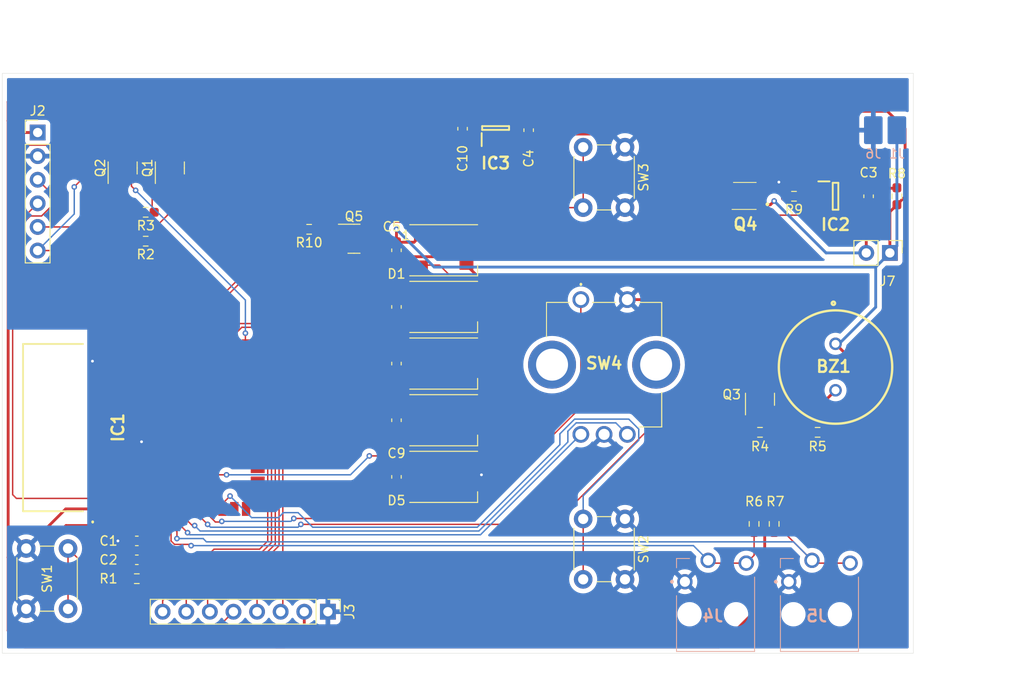
<source format=kicad_pcb>
(kicad_pcb (version 20211014) (generator pcbnew)
  (title_block (rev "1"))
  (layers (0 "F.Cu" signal "Front") (31 "B.Cu" signal "Back") (34 "B.Paste" user) (35 "F.Paste" user) (36 "B.SilkS" user "B.Silkscreen") (37 "F.SilkS" user "F.Silkscreen") (38 "B.Mask" user) (39 "F.Mask" user) (44 "Edge.Cuts" user))
  (net 0 "")
  (net 1 "Net-(BZ1-Pad2)")
  (net 2 "+3V3")
  (net 3 "GND")
  (net 4 "~{RESET}")
  (net 5 "Net-(D1-Pad2)")
  (net 6 "Net-(D2-Pad2)")
  (net 7 "Net-(D3-Pad2)")
  (net 8 "Net-(D4-Pad2)")
  (net 10 "IO4_DISPLAY_RESET")
  (net 11 "TEMP1_AIO6")
  (net 12 "TEMP2_AIO7")
  (net 13 "REN_CLK_IO15")
  (net 14 "REN_DAT_IO16")
  (net 15 "IO17_PWM_BUZZ")
  (net 16 "REN_BTN_IO18")
  (net 17 "BTNLEFT_IO8")
  (net 21 "IO11_DISPLAY_BKLT")
  (net 22 "IO12_DISPLAY_CS")
  (net 28 " GPIO0")
  (net 29 "IO35_DISPLAY_SDA")
  (net 33 "ESP32_RX")
  (net 34 "ESP32_TX")
  (net 36 "RTS")
  (net 37 "DTR")
  (net 38 "Net-(Q1-Pad1)")
  (net 39 "Net-(Q2-Pad1)")
  (net 40 "Net-(Q3-Pad1)")
  (net 44 "IO37_LEDS")
  (net 46 "BTNRGHT_IO38")
  (net 48 "IO13_DISPLAY_RS")
  (net 51 "IO36_DISPLAY_SCK")
  (net 52 "BATT+")
  (net 53 "Net-(Q4-Pad6)")
  (net 54 "Net-(R9-Pad1)")
  (net 55 "Net-(Q4-Pad4)")
  (net 57 "Net-(C3-Pad1)")
  (net 61 "Net-(D1-Pad4)")
  (net 62 "Net-(Q5-Pad1)")
  (net 63 "BATT-")
  (footprint "Capacitor_SMD:C_0603_1608Metric_Pad1.08x0.95mm_HandSolder" (layer "F.Cu") (at 121.412 73.375 -90)
    (fp_text reference "C6" hide)
    (fp_text value "100nF" hide)
  )
  (footprint "Capacitor_SMD:C_0603_1608Metric_Pad1.08x0.95mm_HandSolder" (layer "F.Cu") (at 121.412 67.279 -90)
    (fp_text reference "C5")
    (fp_text value "100nF")
  )
  (footprint "Connector_PinHeader_2.54mm:PinHeader_1x02_P2.54mm_Vertical" (layer "F.Cu") (at 174.503 67.564 -90)
    (fp_text reference "J7")
    (fp_text value "Battery")
  )
  (footprint "Resistor_SMD:R_0603_1608Metric_Pad0.98x0.95mm_HandSolder" (layer "F.Cu") (at 164.1875 61.468 180)
    (fp_text reference "R9")
    (fp_text value "2k")
  )
  (footprint "Capacitor_SMD:C_0603_1608Metric_Pad1.08x0.95mm_HandSolder" (layer "F.Cu") (at 93.472 100.584 180)
    (fp_text reference "C2")
    (fp_text value "1uF" hide)
  )
  (footprint "Resistor_SMD:R_0603_1608Metric_Pad0.98x0.95mm_HandSolder" (layer "F.Cu") (at 162.052 96.726 -90)
    (fp_text reference "R7")
    (fp_text value "1k" hide)
  )
  (footprint "LED_SMD:LED_WS2812B_PLCC4_5.0x5.0mm_P3.2mm" (layer "F.Cu") (at 126.492 79.471)
    (fp_text reference "D3" hide)
    (fp_text value "WS2812B" hide)
  )
  (footprint "Capacitor_SMD:C_0603_1608Metric_Pad1.08x0.95mm_HandSolder" (layer "F.Cu") (at 128.524 54.2025 -90)
    (fp_text reference "C10")
    (fp_text value "1uF")
  )
  (footprint "footprints:ESP32S3WROOM1N8R8" (layer "F.Cu") (at 93.98 86.36 90)
    (fp_text reference "IC1")
    (fp_text value "ESP32-S3-WROOM-1-N8R8" hide)
  )
  (footprint "LED_SMD:LED_WS2812B_PLCC4_5.0x5.0mm_P3.2mm" (layer "F.Cu") (at 126.492 67.279)
    (fp_text reference "D1")
    (fp_text value "WS2812B")
  )
  (footprint "footprints:FS8205" (layer "F.Cu") (at 159.47 61.43 180)
    (fp_text reference "Q4")
    (fp_text value "FS8205" hide)
  )
  (footprint "Package_TO_SOT_SMD:SOT-23" (layer "F.Cu") (at 116.84 66.04)
    (fp_text reference "Q5")
    (fp_text value "SS8050-G")
  )
  (footprint "Package_TO_SOT_SMD:SOT-23" (layer "F.Cu") (at 91.948 58.42 90)
    (fp_text reference "Q2")
    (fp_text value "SS8050-G" hide)
  )
  (footprint "LED_SMD:LED_WS2812B_PLCC4_5.0x5.0mm_P3.2mm" (layer "F.Cu") (at 126.492 91.663)
    (fp_text reference "D5")
    (fp_text value "WS2812B" hide)
  )
  (footprint "Capacitor_SMD:C_0603_1608Metric_Pad1.08x0.95mm_HandSolder" (layer "F.Cu") (at 121.412 79.471 -90)
    (fp_text reference "C7" hide)
    (fp_text value "100nF" hide)
  )
  (footprint "Resistor_SMD:R_0603_1608Metric_Pad0.98x0.95mm_HandSolder" (layer "F.Cu") (at 94.4275 63.19 180)
    (fp_text reference "R3")
    (fp_text value "10k" hide)
  )
  (footprint "Resistor_SMD:R_0603_1608Metric_Pad0.98x0.95mm_HandSolder" (layer "F.Cu") (at 94.43 66.3 180)
    (fp_text reference "R2")
    (fp_text value "10k" hide)
  )
  (footprint "footprints:PEC12R3120FS0012" (layer "F.Cu") (at 141.252 72.589)
    (fp_text reference "SW4")
    (fp_text value "RotaryEncoder_Switch" hide)
  )
  (footprint "Package_TO_SOT_SMD:SOT-23" (layer "F.Cu") (at 97.028 58.42 90)
    (fp_text reference "Q1")
    (fp_text value "SS8050-G")
  )
  (footprint "Resistor_SMD:R_0603_1608Metric_Pad0.98x0.95mm_HandSolder" (layer "F.Cu") (at 166.7275 86.868)
    (fp_text reference "R5")
    (fp_text value "1k" hide)
  )
  (footprint "Button_Switch_THT:SW_PUSH_6mm" (layer "F.Cu") (at 81.57 105.866 90)
    (fp_text reference "SW1")
    (fp_text value "SW_Reset")
  )
  (footprint "footprints:SOT95P280X145-6N" (layer "F.Cu") (at 168.656 61.468)
    (fp_text reference "IC2")
    (fp_text value "FS312F-G" hide)
  )
  (footprint "footprints:SOT95P270X145-5N" (layer "F.Cu") (at 132.08 54.122 90)
    (fp_text reference "IC3")
    (fp_text value "3v3 Regulator" hide)
  )
  (footprint "Resistor_SMD:R_0603_1608Metric_Pad0.98x0.95mm_HandSolder" (layer "F.Cu") (at 93.472 102.616 180)
    (fp_text reference "R1")
    (fp_text value "22k" hide)
  )
  (footprint "LED_SMD:LED_WS2812B_PLCC4_5.0x5.0mm_P3.2mm" (layer "F.Cu") (at 126.492 73.375)
    (fp_text reference "D2" hide)
    (fp_text value "WS2812B" hide)
  )
  (footprint "Resistor_SMD:R_0603_1608Metric_Pad0.98x0.95mm_HandSolder" (layer "F.Cu") (at 160.528 86.868)
    (fp_text reference "R4")
    (fp_text value "1k" hide)
  )
  (footprint "Resistor_SMD:R_0603_1608Metric_Pad0.98x0.95mm_HandSolder" (layer "F.Cu") (at 159.893 96.726 -90)
    (fp_text reference "R6")
    (fp_text value "1k" hide)
  )
  (footprint "Capacitor_SMD:C_0603_1608Metric_Pad1.08x0.95mm_HandSolder" (layer "F.Cu") (at 135.636 54.356 -90)
    (fp_text reference "C4")
    (fp_text value "1uF" hide)
  )
  (footprint "Connector_PinHeader_2.54mm:PinHeader_1x08_P2.54mm_Vertical" (layer "F.Cu") (at 114.031 106.172 -90)
    (fp_text reference "J3")
    (fp_text value "DISP_HDR")
  )
  (footprint "Button_Switch_THT:SW_PUSH_6mm" (layer "F.Cu") (at 146.002 96.189 -90)
    (fp_text reference "SW2")
    (fp_text value "BTN_LEFT")
  )
  (footprint "LED_SMD:LED_WS2812B_PLCC4_5.0x5.0mm_P3.2mm" (layer "F.Cu") (at 126.492 85.567)
    (fp_text reference "D4" hide)
    (fp_text value "WS2812B" hide)
  )
  (footprint "Package_TO_SOT_SMD:SOT-23" (layer "F.Cu") (at 160.528 83.312 90)
    (fp_text reference "Q3")
    (fp_text value "SS8050-G" hide)
  )
  (footprint "footprints:PS1240P02BT" (layer "F.Cu") (at 168.656 79.844545)
    (fp_text reference "BZ1")
    (fp_text value "Buzzer" hide)
  )
  (footprint "Capacitor_SMD:C_0603_1608Metric_Pad1.08x0.95mm_HandSolder" (layer "F.Cu") (at 93.472 98.552 180)
    (fp_text reference "C1")
    (fp_text value "10uF" hide)
  )
  (footprint "Resistor_SMD:R_0603_1608Metric_Pad0.98x0.95mm_HandSolder" (layer "F.Cu") (at 175.26 61.468 -90)
    (fp_text reference "R8")
    (fp_text value "100" hide)
  )
  (footprint "Button_Switch_THT:SW_PUSH_6mm" (layer "F.Cu") (at 146.002 56.189 -90)
    (fp_text reference "SW3")
    (fp_text value "BTN_RIGHT")
  )
  (footprint "Capacitor_SMD:C_0603_1608Metric_Pad1.08x0.95mm_HandSolder" (layer "F.Cu") (at 172.212 61.468 -90)
    (fp_text reference "C3")
    (fp_text value "0.1uF" hide)
  )
  (footprint "Connector_PinHeader_2.54mm:PinHeader_1x06_P2.54mm_Vertical" (layer "F.Cu") (at 82.804 54.61)
    (fp_text reference "J2")
    (fp_text value "PROG_HDR")
  )
  (footprint "Capacitor_SMD:C_0603_1608Metric_Pad1.08x0.95mm_HandSolder" (layer "F.Cu") (at 121.412 85.567 -90)
    (fp_text reference "C8" hide)
    (fp_text value "100nF" hide)
  )
  (footprint "Resistor_SMD:R_0603_1608Metric_Pad0.98x0.95mm_HandSolder" (layer "F.Cu") (at 112.014 65.024 180)
    (fp_text reference "R10")
    (fp_text value "1k")
  )
  (footprint "Capacitor_SMD:C_0603_1608Metric_Pad1.08x0.95mm_HandSolder" (layer "F.Cu") (at 121.412 91.663 -90)
    (fp_text reference "C9")
    (fp_text value "100nF" hide)
  )
  (footprint "Connector_Wire:SolderWirePad_1x01_SMD+Via_2x3mm" (layer "B.Cu") (at 172.72 54.356 180)
    (fp_text reference "J6")
    (fp_text value "GND")
  )
  (footprint "footprints:MJ2509N" (layer "B.Cu") (at 168.624 104.5445 180)
    (fp_text reference "J5")
    (fp_text value "Temp 2" hide)
  )
  (footprint "footprints:MJ2509N" (layer "B.Cu") (at 157.448 104.5445 180)
    (fp_text reference "J4")
    (fp_text value "Temp 1" hide)
  )
  (footprint "Connector_Wire:SolderWirePad_1x01_SMD+Via_2x3mm" (layer "B.Cu") (at 175.26 54.356 180)
    (fp_text reference "J1")
    (fp_text value "Bat+")
  )
  (gr_rect locked (start 78.994 110.633) (end 177.038 48.245) (layer "Edge.Cuts") (width 0.0381) (fill none))
  (segment (start 164.084 86.868) (end 165.815 86.868) (width 0.3048) (layer "F.Cu") (net 1))
  (segment (start 161.478 84.2495) (end 164.084 86.8555) (width 0.3048) (layer "F.Cu") (net 1))
  (segment (start 165.815 85.185545) (end 168.656 82.344545) (width 0.3048) (layer "F.Cu") (net 1))
  (segment (start 165.815 86.868) (end 165.815 85.185545) (width 0.3048) (layer "F.Cu") (net 1))
  (segment (start 164.084 86.8555) (end 164.084 86.868) (width 0.3048) (layer "F.Cu") (net 1))
  (segment (start 90.734089 100.513089) (end 90.734089 98.259601) (width 0.3048) (layer "F.Cu") (net 2))
  (segment (start 79.629 53.34) (end 80.899 54.61) (width 0.3048) (layer "F.Cu") (net 2))
  (segment (start 131.13 52.872) (end 131.13 50.612) (width 0.3048) (layer "F.Cu") (net 2))
  (segment (start 82.423 101.473) (end 84.074 99.822) (width 0.3048) (layer "F.Cu") (net 2))
  (segment (start 128.992 52.872) (end 128.524 53.34) (width 0.3048) (layer "F.Cu") (net 2))
  (segment (start 93.3685 101.6) (end 91.821 101.6) (width 0.3048) (layer "F.Cu") (net 2))
  (segment (start 111.491 107.838) (end 109.347 109.982) (width 0.3048) (layer "F.Cu") (net 2))
  (segment (start 91.32261 97.67108) (end 93.45358 97.67108) (width 0.3048) (layer "F.Cu") (net 2))
  (segment (start 108.458 109.982) (end 156.110274 109.982) (width 0.3048) (layer "F.Cu") (net 2))
  (segment (start 80.772 101.473) (end 82.423 101.473) (width 0.3048) (layer "F.Cu") (net 2))
  (segment (start 131.13 50.612) (end 130.048 49.53) (width 0.3048) (layer "F.Cu") (net 2))
  (segment (start 79.629 53.34) (end 79.629 100.33) (width 0.3048) (layer "F.Cu") (net 2))
  (segment (start 161.036 96.52) (end 161.7425 95.8135) (width 0.3048) (layer "F.Cu") (net 2))
  (segment (start 81.407 109.982) (end 108.458 109.982) (width 0.3048) (layer "F.Cu") (net 2))
  (segment (start 84.074 99.822) (end 84.074 98.679) (width 0.3048) (layer "F.Cu") (net 2))
  (segment (start 89.375488 96.901) (end 88.9 96.901) (width 0.3048) (layer "F.Cu") (net 2))
  (segment (start 90.734089 98.259601) (end 89.375488 96.901) (width 0.3048) (layer "F.Cu") (net 2))
  (segment (start 79.629 100.33) (end 80.772 101.473) (width 0.3048) (layer "F.Cu") (net 2))
  (segment (start 131.13 52.872) (end 128.992 52.872) (width 0.3048) (layer "F.Cu") (net 2))
  (segment (start 93.45358 97.67108) (end 94.3345 98.552) (width 0.3048) (layer "F.Cu") (net 2))
  (segment (start 94.3845 102.616) (end 93.3685 101.6) (width 0.3048) (layer "F.Cu") (net 2))
  (segment (start 109.347 109.982) (end 108.458 109.982) (width 0.3048) (layer "F.Cu") (net 2))
  (segment (start 79.629 51.308) (end 79.629 53.34) (width 0.3048) (layer "F.Cu") (net 2))
  (segment (start 79.629 100.33) (end 79.629 108.204) (width 0.3048) (layer "F.Cu") (net 2))
  (segment (start 88.9 96.901) (end 89.99 95.811) (width 0.3048) (layer "F.Cu") (net 2))
  (segment (start 81.407 49.53) (end 79.629 51.308) (width 0.3048) (layer "F.Cu") (net 2))
  (segment (start 90.734089 98.259601) (end 91.32261 97.67108) (width 0.3048) (layer "F.Cu") (net 2))
  (segment (start 130.048 49.53) (end 81.407 49.53) (width 0.3048) (layer "F.Cu") (net 2))
  (segment (start 91.821 101.6) (end 90.734089 100.513089) (width 0.3048) (layer "F.Cu") (net 2))
  (segment (start 80.899 54.61) (end 82.804 54.61) (width 0.3048) (layer "F.Cu") (net 2))
  (segment (start 161.7425 95.8135) (end 162.052 95.8135) (width 0.3048) (layer "F.Cu") (net 2))
  (segment (start 156.110274 109.982) (end 161.036 105.056274) (width 0.3048) (layer "F.Cu") (net 2))
  (segment (start 161.036 96.52) (end 160.3295 95.8135) (width 0.3048) (layer "F.Cu") (net 2))
  (segment (start 89.99 95.811) (end 89.99 95.11) (width 0.3048) (layer "F.Cu") (net 2))
  (segment (start 79.629 108.204) (end 81.407 109.982) (width 0.3048) (layer "F.Cu") (net 2))
  (segment (start 161.036 105.056274) (end 161.036 96.52) (width 0.3048) (layer "F.Cu") (net 2))
  (segment (start 84.074 98.679) (end 85.852 96.901) (width 0.3048) (layer "F.Cu") (net 2))
  (segment (start 85.852 96.901) (end 88.9 96.901) (width 0.3048) (layer "F.Cu") (net 2))
  (segment (start 160.3295 95.8135) (end 159.893 95.8135) (width 0.3048) (layer "F.Cu") (net 2))
  (segment (start 111.491 106.172) (end 111.491 107.838) (width 0.3048) (layer "F.Cu") (net 2))
  (segment (start 135.636 56.388) (end 134.62 57.404) (width 0.3048) (layer "F.Cu") (net 3))
  (segment (start 132.08 55.372) (end 132.08 57.404) (width 0.3048) (layer "F.Cu") (net 3))
  (segment (start 88.72 79.19) (end 88.7 79.21) (width 0.3048) (layer "F.Cu") (net 3))
  (segment (start 161.986 60.518) (end 162.56 59.944) (width 0.3048) (layer "F.Cu") (net 3))
  (segment (start 81.57 99.366) (end 85.826 95.11) (width 0.3048) (layer "F.Cu") (net 3))
  (segment (start 130.048 57.404) (end 128.524 55.88) (width 0.3048) (layer "F.Cu") (net 3))
  (segment (start 121.412 74.2375) (end 121.580411 74.069089) (width 0.3048) (layer "F.Cu") (net 3))
  (segment (start 121.580411 92.357089) (end 128.036089 92.357089) (width 0.3048) (layer "F.Cu") (net 3))
  (segment (start 128.942 87.167) (end 129.331 87.167) (width 0.3048) (layer "F.Cu") (net 3))
  (segment (start 128.036089 92.357089) (end 128.942 93.263) (width 0.3048) (layer "F.Cu") (net 3))
  (segment (start 121.580411 74.069089) (end 128.036089 74.069089) (width 0.3048) (layer "F.Cu") (net 3))
  (segment (start 121.412 86.4295) (end 121.580411 86.261089) (width 0.3048) (layer "F.Cu") (net 3))
  (segment (start 95.04 87.86) (end 95.04 89.26) (width 0.3048) (layer "F.Cu") (net 3))
  (segment (start 96.44 86.46) (end 95.04 86.46) (width 0.3048) (layer "F.Cu") (net 3))
  (segment (start 130.556 82.296) (end 130.556 85.553) (width 0.3048) (layer "F.Cu") (net 3))
  (segment (start 160.52 60.518) (end 162.325 60.518) (width 0.3048) (layer "F.Cu") (net 3))
  (segment (start 96.44 89.26) (end 97.84 89.26) (width 0.3048) (layer "F.Cu") (net 3))
  (segment (start 146.002 56.189) (end 144.583 54.77) (width 0.3048) (layer "F.Cu") (net 3))
  (segment (start 128.036089 67.973089) (end 128.942 68.879) (width 0.3048) (layer "F.Cu") (net 3))
  (segment (start 130.556 79.457) (end 128.942 81.071) (width 0.3048) (layer "F.Cu") (net 3))
  (segment (start 136.0845 54.77) (end 135.636 55.2185) (width 0.3048) (layer "F.Cu") (net 3))
  (segment (start 135.636 55.2185) (end 135.636 56.388) (width 0.3048) (layer "F.Cu") (net 3))
  (segment (start 144.583 54.77) (end 136.0845 54.77) (width 0.3048) (layer "F.Cu") (net 3))
  (segment (start 121.580411 86.261089) (end 128.036089 86.261089) (width 0.3048) (layer "F.Cu") (net 3))
  (segment (start 130.556 76.2) (end 130.556 79.457) (width 0.3048) (layer "F.Cu") (net 3))
  (segment (start 128.036089 86.261089) (end 128.942 87.167) (width 0.3048) (layer "F.Cu") (net 3))
  (segment (start 128.036089 74.069089) (end 128.942 74.975) (width 0.3048) (layer "F.Cu") (net 3))
  (segment (start 95.04 87.86) (end 96.44 87.86) (width 0.3048) (layer "F.Cu") (net 3))
  (segment (start 95.04 87.86) (end 94.004 87.86) (width 0.3048) (layer "F.Cu") (net 3))
  (segment (start 92.6095 98.552) (end 92.6095 100.584) (width 0.3048) (layer "F.Cu") (net 3))
  (segment (start 85.826 95.11) (end 88.72 95.11) (width 0.3048) (layer "F.Cu") (net 3))
  (segment (start 96.44 87.86) (end 97.84 87.86) (width 0.3048) (layer "F.Cu") (net 3))
  (segment (start 128.036089 80.165089) (end 128.942 81.071) (width 0.3048) (layer "F.Cu") (net 3))
  (segment (start 128.942 74.975) (end 129.331 74.975) (width 0.3048) (layer "F.Cu") (net 3))
  (segment (start 97.84 87.86) (end 97.84 86.46) (width 0.3048) (layer "F.Cu") (net 3))
  (segment (start 130.556 70.493) (end 130.556 73.361) (width 0.3048) (layer "F.Cu") (net 3))
  (segment (start 121.412 92.5255) (end 121.580411 92.357089) (width 0.3048) (layer "F.Cu") (net 3))
  (segment (start 130.556 73.361) (end 128.942 74.975) (width 0.3048) (layer "F.Cu") (net 3))
  (segment (start 160.52 60.518) (end 161.986 60.518) (width 0.3048) (layer "F.Cu") (net 3))
  (segment (start 92.6095 98.552) (end 91.44 98.552) (width 0.3048) (layer "F.Cu") (net 3))
  (segment (start 129.331 81.071) (end 130.556 82.296) (width 0.3048) (layer "F.Cu") (net 3))
  (segment (start 128.942 81.071) (end 129.331 81.071) (width 0.3048) (layer "F.Cu") (net 3))
  (segment (start 129.331 87.167) (end 130.556 88.392) (width 0.3048) (layer "F.Cu") (net 3))
  (segment (start 128.524 55.88) (end 128.524 55.065) (width 0.3048) (layer "F.Cu") (net 3))
  (segment (start 150.7425 72.589) (end 160.528 82.3745) (width 0.3048) (layer "F.Cu") (net 3))
  (segment (start 130.556 85.553) (end 128.942 87.167) (width 0.3048) (layer "F.Cu") (net 3))
  (segment (start 162.325 60.518) (end 163.275 61.468) (width 0.3048) (layer "F.Cu") (net 3))
  (segment (start 129.331 74.975) (end 130.556 76.2) (width 0.3048) (layer "F.Cu") (net 3))
  (segment (start 95.04 89.26) (end 96.44 89.26) (width 0.3048) (layer "F.Cu") (net 3))
  (segment (start 121.580411 80.165089) (end 128.036089 80.165089) (width 0.3048) (layer "F.Cu") (net 3))
  (segment (start 121.412 68.1415) (end 121.580411 67.973089) (width 0.3048) (layer "F.Cu") (net 3))
  (segment (start 97.84 86.46) (end 96.44 86.46) (width 0.3048) (layer "F.Cu") (net 3))
  (segment (start 121.580411 67.973089) (end 128.036089 67.973089) (width 0.3048) (layer "F.Cu") (net 3))
  (segment (start 146.252 72.589) (end 150.7425 72.589) (width 0.3048) (layer "F.Cu") (net 3))
  (segment (start 94.004 87.86) (end 93.98 87.884) (width 0.3048) (layer "F.Cu") (net 3))
  (segment (start 128.942 68.879) (end 130.556 70.493) (width 0.3048) (layer "F.Cu") (net 3))
  (segment (start 88.72 77.61) (end 88.72 79.19) (width 0.3048) (layer "F.Cu") (net 3))
  (segment (start 130.556 88.392) (end 130.556 91.44) (width 0.3048) (layer "F.Cu") (net 3))
  (segment (start 132.08 57.404) (end 130.048 57.404) (width 0.3048) (layer "F.Cu") (net 3))
  (segment (start 130.556 91.649) (end 128.942 93.263) (width 0.3048) (layer "F.Cu") (net 3))
  (segment (start 130.556 91.44) (end 130.556 91.649) (width 0.3048) (layer "F.Cu") (net 3))
  (segment (start 121.412 80.3335) (end 121.580411 80.165089) (width 0.3048) (layer "F.Cu") (net 3))
  (segment (start 134.62 57.404) (end 132.08 57.404) (width 0.3048) (layer "F.Cu") (net 3))
  (via (at 162.56 59.944) (size 0.6) (drill 0.3) (layers "F.Cu" "B.Cu") (net 3))
  (via (at 132.08 57.404) (size 0.6) (drill 0.3) (layers "F.Cu" "B.Cu") (net 3))
  (via (at 130.556 91.44) (size 0.6) (drill 0.3) (layers "F.Cu" "B.Cu") (net 3))
  (via (at 88.7 79.21) (size 0.6) (drill 0.3) (layers "F.Cu" "B.Cu") (net 3))
  (via (at 93.98 87.884) (size 0.6) (drill 0.3) (layers "F.Cu" "B.Cu") (net 3))
  (via (at 91.44 98.552) (size 0.6) (drill 0.3) (layers "F.Cu" "B.Cu") (net 3))
  (segment (start 80.518 93.98) (end 90.551 93.98) (width 0.1524) (layer "F.Cu") (net 4))
  (segment (start 93.5755 103.632) (end 94.996 103.632) (width 0.1524) (layer "F.Cu") (net 4))
  (segment (start 97.118289 55.970289) (end 81.189711 55.970289) (width 0.1524) (layer "F.Cu") (net 4))
  (segment (start 86.07 105.866) (end 86.07 99.366) (width 0.1524) (layer "F.Cu") (net 4))
  (segment (start 95.504 101.7535) (end 95.504 98.38183) (width 0.1524) (layer "F.Cu") (net 4))
  (segment (start 92.5595 102.616) (end 93.5755 103.632) (width 0.1524) (layer "F.Cu") (net 4))
  (segment (start 95.504 98.38183) (end 94.15017 97.028) (width 0.1524) (layer "F.Cu") (net 4))
  (segment (start 94.15017 97.028) (end 92.456 97.028) (width 0.1524) (layer "F.Cu") (net 4))
  (segment (start 90.551 93.98) (end 91.26 94.689) (width 0.1524) (layer "F.Cu") (net 4))
  (segment (start 95.504 101.7535) (end 94.3345 100.584) (width 0.1524) (layer "F.Cu") (net 4))
  (segment (start 97.978 59.3575) (end 97.978 56.83) (width 0.1524) (layer "F.Cu") (net 4))
  (segment (start 97.978 56.83) (end 97.118289 55.970289) (width 0.1524) (layer "F.Cu") (net 4))
  (segment (start 80.11112 57.04888) (end 80.11112 93.57312) (width 0.1524) (layer "F.Cu") (net 4))
  (segment (start 89.32 102.616) (end 86.07 99.366) (width 0.1524) (layer "F.Cu") (net 4))
  (segment (start 94.996 103.632) (end 95.504 103.124) (width 0.1524) (layer "F.Cu") (net 4))
  (segment (start 80.11112 93.57312) (end 80.518 93.98) (width 0.1524) (layer "F.Cu") (net 4))
  (segment (start 81.189711 55.970289) (end 80.11112 57.04888) (width 0.1524) (layer "F.Cu") (net 4))
  (segment (start 95.504 103.124) (end 95.504 101.7535) (width 0.1524) (layer "F.Cu") (net 4))
  (segment (start 92.5595 102.616) (end 89.32 102.616) (width 0.1524) (layer "F.Cu") (net 4))
  (segment (start 91.26 94.689) (end 91.26 95.11) (width 0.1524) (layer "F.Cu") (net 4))
  (segment (start 91.26 95.832) (end 91.26 95.11) (width 0.1524) (layer "F.Cu") (net 4))
  (segment (start 92.456 97.028) (end 91.26 95.832) (width 0.1524) (layer "F.Cu") (net 4))
  (segment (start 124.042 68.879) (end 126.046 68.879) (width 0.1524) (layer "F.Cu") (net 5))
  (segment (start 126.046 68.879) (end 128.942 71.775) (width 0.1524) (layer "F.Cu") (net 5))
  (segment (start 124.042 74.975) (end 126.046 74.975) (width 0.1524) (layer "F.Cu") (net 6))
  (segment (start 126.046 74.975) (end 128.942 77.871) (width 0.1524) (layer "F.Cu") (net 6))
  (segment (start 126.046 81.071) (end 128.942 83.967) (width 0.1524) (layer "F.Cu") (net 7))
  (segment (start 124.042 81.071) (end 126.046 81.071) (width 0.1524) (layer "F.Cu") (net 7))
  (segment (start 126.046 87.167) (end 128.942 90.063) (width 0.1524) (layer "F.Cu") (net 8))
  (segment (start 124.042 87.167) (end 126.046 87.167) (width 0.1524) (layer "F.Cu") (net 8))
  (segment (start 95.90992 103.292138) (end 95.164137 104.03792) (width 0.1524) (layer "F.Cu") (net 10))
  (segment (start 92.53 96.0124) (end 93.13968 96.62208) (width 0.1524) (layer "F.Cu") (net 10))
  (segment (start 92.964 107.442) (end 93.345 107.823) (width 0.1524) (layer "F.Cu") (net 10))
  (segment (start 95.90992 98.06892) (end 95.90992 103.292138) (width 0.1524) (layer "F.Cu") (net 10))
  (segment (start 102.22 107.823) (end 103.871 106.172) (width 0.1524) (layer "F.Cu") (net 10))
  (segment (start 92.53 95.11) (end 92.53 96.0124) (width 0.1524) (layer "F.Cu") (net 10))
  (segment (start 93.345 107.823) (end 102.22 107.823) (width 0.1524) (layer "F.Cu") (net 10))
  (segment (start 94.46308 96.62208) (end 95.90992 98.06892) (width 0.1524) (layer "F.Cu") (net 10))
  (segment (start 93.13968 96.62208) (end 94.46308 96.62208) (width 0.1524) (layer "F.Cu") (net 10))
  (segment (start 95.164137 104.03792) (end 93.57408 104.03792) (width 0.1524) (layer "F.Cu") (net 10))
  (segment (start 92.964 104.648) (end 92.964 107.442) (width 0.1524) (layer "F.Cu") (net 10))
  (segment (start 93.57408 104.03792) (end 92.964 104.648) (width 0.1524) (layer "F.Cu") (net 10))
  (segment (start 159.893 100.0995) (end 159.893 97.6385) (width 0.1524) (layer "F.Cu") (net 11))
  (segment (start 96.199942 96.52) (end 95.631 96.52) (width 0.1524) (layer "F.Cu") (net 11))
  (segment (start 159.048 100.9445) (end 159.893 100.0995) (width 0.1524) (layer "F.Cu") (net 11))
  (segment (start 97.529164 98.927711) (end 97.155 98.553547) (width 0.1524) (layer "F.Cu") (net 11))
  (segment (start 155.248 100.9445) (end 154.948 100.6445) (width 0.1524) (layer "F.Cu") (net 11))
  (segment (start 99.314 99.06) (end 99.181711 98.927711) (width 0.1524) (layer "F.Cu") (net 11))
  (segment (start 159.048 100.9445) (end 155.248 100.9445) (width 0.1524) (layer "F.Cu") (net 11))
  (segment (start 97.155 97.475058) (end 96.199942 96.52) (width 0.1524) (layer "F.Cu") (net 11))
  (segment (start 95.631 96.52) (end 95.07 95.959) (width 0.1524) (layer "F.Cu") (net 11))
  (segment (start 99.181711 98.927711) (end 97.529164 98.927711) (width 0.1524) (layer "F.Cu") (net 11))
  (segment (start 95.07 95.959) (end 95.07 95.11) (width 0.1524) (layer "F.Cu") (net 11))
  (segment (start 97.155 98.553547) (end 97.155 97.475058) (width 0.1524) (layer "F.Cu") (net 11))
  (via (at 99.314 99.06) (size 0.6) (drill 0.3) (layers "F.Cu" "B.Cu") (net 11))
  (segment (start 154.948 100.6445) (end 153.83425 99.53075) (width 0.1524) (layer "B.Cu") (net 11))
  (segment (start 99.314 99.06) (end 153.3635 99.06) (width 0.1524) (layer "B.Cu") (net 11))
  (segment (start 153.3635 99.06) (end 153.83425 99.53075) (width 0.1524) (layer "B.Cu") (net 11))
  (segment (start 163.118 97.6385) (end 166.124 100.6445) (width 0.1524) (layer "F.Cu") (net 12))
  (segment (start 166.424 100.9445) (end 166.124 100.6445) (width 0.1524) (layer "F.Cu") (net 12))
  (segment (start 96.34 96.086) (end 96.34 95.11) (width 0.1524) (layer "F.Cu") (net 12))
  (segment (start 97.79 98.298) (end 97.79 97.536) (width 0.1524) (layer "F.Cu") (net 12))
  (segment (start 162.052 97.6385) (end 163.118 97.6385) (width 0.1524) (layer "F.Cu") (net 12))
  (segment (start 170.224 100.9445) (end 166.424 100.9445) (width 0.1524) (layer "F.Cu") (net 12))
  (segment (start 97.79 97.536) (end 96.34 96.086) (width 0.1524) (layer "F.Cu") (net 12))
  (via (at 97.79 98.298) (size 0.6) (drill 0.3) (layers "F.Cu" "B.Cu") (net 12))
  (segment (start 100.965 98.65408) (end 164.13358 98.65408) (width 0.1524) (layer "B.Cu") (net 12))
  (segment (start 97.79 98.298) (end 100.60892 98.298) (width 0.1524) (layer "B.Cu") (net 12))
  (segment (start 100.60892 98.298) (end 100.965 98.65408) (width 0.1524) (layer "B.Cu") (net 12))
  (segment (start 164.13358 98.65408) (end 166.124 100.6445) (width 0.1524) (layer "B.Cu") (net 12))
  (segment (start 97.61 96.34) (end 98.933 97.663) (width 0.1524) (layer "F.Cu") (net 13))
  (segment (start 97.61 95.11) (end 97.61 96.34) (width 0.1524) (layer "F.Cu") (net 13))
  (via (at 98.933 97.663) (size 0.6) (drill 0.3) (layers "F.Cu" "B.Cu") (net 13))
  (segment (start 99.16208 97.89208) (end 130.44892 97.89208) (width 0.1524) (layer "B.Cu") (net 13))
  (segment (start 98.933 97.663) (end 99.16208 97.89208) (width 0.1524) (layer "B.Cu") (net 13))
  (segment (start 130.44892 97.89208) (end 141.252 87.089) (width 0.1524) (layer "B.Cu") (net 13))
  (segment (start 98.806 95.484) (end 98.88 95.41) (width 0.1524) (layer "F.Cu") (net 14))
  (segment (start 98.806 96.266) (end 98.806 95.484) (width 0.1524) (layer "F.Cu") (net 14))
  (segment (start 98.806 96.266) (end 99.441 96.901) (width 0.1524) (layer "F.Cu") (net 14))
  (segment (start 99.441 96.901) (end 99.695 96.901) (width 0.1524) (layer "F.Cu") (net 14))
  (segment (start 98.88 95.41) (end 98.88 95.11) (width 0.1524) (layer "F.Cu") (net 14))
  (via (at 99.695 96.901) (size 0.6) (drill 0.3) (layers "F.Cu" "B.Cu") (net 14))
  (segment (start 140.749925 85.852) (end 145.015 85.852) (width 0.1524) (layer "B.Cu") (net 14))
  (segment (start 99.695 96.901) (end 100.28016 97.48616) (width 0.1524) (layer "B.Cu") (net 14))
  (segment (start 145.015 85.852) (end 146.252 87.089) (width 0.1524) (layer "B.Cu") (net 14))
  (segment (start 139.854971 87.911971) (end 139.854971 86.746954) (width 0.1524) (layer "B.Cu") (net 14))
  (segment (start 130.280782 97.48616) (end 139.854971 87.911971) (width 0.1524) (layer "B.Cu") (net 14))
  (segment (start 100.28016 97.48616) (end 130.280782 97.48616) (width 0.1524) (layer "B.Cu") (net 14))
  (segment (start 139.854971 86.746954) (end 140.749925 85.852) (width 0.1524) (layer "B.Cu") (net 14))
  (segment (start 138.306075 96.774) (end 148.212075 86.868) (width 0.1524) (layer "F.Cu") (net 15))
  (segment (start 148.212075 86.868) (end 159.6155 86.868) (width 0.1524) (layer "F.Cu") (net 15))
  (segment (start 101.092 96.774) (end 100.15 95.832) (width 0.1524) (layer "F.Cu") (net 15))
  (segment (start 100.15 95.832) (end 100.15 95.11) (width 0.1524) (layer "F.Cu") (net 15))
  (segment (start 111.125 96.774) (end 138.306075 96.774) (width 0.1524) (layer "F.Cu") (net 15))
  (via (at 111.125 96.774) (size 0.6) (drill 0.3) (layers "F.Cu" "B.Cu") (net 15))
  (via (at 101.092 96.774) (size 0.6) (drill 0.3) (layers "F.Cu" "B.Cu") (net 15))
  (segment (start 101.39824 97.08024) (end 110.81876 97.08024) (width 0.1524) (layer "B.Cu") (net 15))
  (segment (start 101.092 96.774) (end 101.39824 97.08024) (width 0.1524) (layer "B.Cu") (net 15))
  (segment (start 110.81876 97.08024) (end 111.125 96.774) (width 0.1524) (layer "B.Cu") (net 15))
  (segment (start 102.489 96.52) (end 102.55846 96.45054) (width 0.1524) (layer "F.Cu") (net 16))
  (segment (start 141.252 83.975) (end 141.252 72.589) (width 0.1524) (layer "F.Cu") (net 16))
  (segment (start 141.351 84.074) (end 141.252 83.975) (width 0.1524) (layer "F.Cu") (net 16))
  (segment (start 101.9276 96.52) (end 102.489 96.52) (width 0.1524) (layer "F.Cu") (net 16))
  (segment (start 102.55846 96.45054) (end 102.616 96.45054) (width 0.1524) (layer "F.Cu") (net 16))
  (segment (start 101.42 95.11) (end 101.42 96.0124) (width 0.1524) (layer "F.Cu") (net 16))
  (segment (start 110.363 96.139) (end 129.286 96.139) (width 0.1524) (layer "F.Cu") (net 16))
  (segment (start 129.286 96.139) (end 141.351 84.074) (width 0.1524) (layer "F.Cu") (net 16))
  (segment (start 101.42 96.0124) (end 101.9276 96.52) (width 0.1524) (layer "F.Cu") (net 16))
  (via (at 102.616 96.45054) (size 0.6) (drill 0.3) (layers "F.Cu" "B.Cu") (net 16))
  (via (at 110.363 96.139) (size 0.6) (drill 0.3) (layers "F.Cu" "B.Cu") (net 16))
  (segment (start 110.05146 96.45054) (end 110.363 96.139) (width 0.1524) (layer "B.Cu") (net 16))
  (segment (start 102.616 96.45054) (end 110.05146 96.45054) (width 0.1524) (layer "B.Cu") (net 16))
  (segment (start 141.502 96.189) (end 141.502 102.689) (width 0.1524) (layer "F.Cu") (net 17))
  (segment (start 102.69 95.11) (end 102.69 94.541) (width 0.1524) (layer "F.Cu") (net 17))
  (segment (start 102.69 94.541) (end 103.505 93.726) (width 0.1524) (layer "F.Cu") (net 17))
  (via (at 103.505 93.726) (size 0.6) (drill 0.3) (layers "F.Cu" "B.Cu") (net 17))
  (segment (start 140.581788 85.44608) (end 146.40608 85.44608) (width 0.1524) (layer "B.Cu") (net 17))
  (segment (start 110.824049 95.509289) (end 112.395 97.08024) (width 0.1524) (layer "B.Cu") (net 17))
  (segment (start 141.502 93.702) (end 141.502 96.189) (width 0.1524) (layer "B.Cu") (net 17))
  (segment (start 147.481711 87.722289) (end 141.502 93.702) (width 0.1524) (layer "B.Cu") (net 17))
  (segment (start 138.996442 87.031426) (end 140.581788 85.44608) (width 0.1524) (layer "B.Cu") (net 17))
  (segment (start 108.712 96.04462) (end 109.247331 95.509289) (width 0.1524) (layer "B.Cu") (net 17))
  (segment (start 138.996442 88.196442) (end 138.996442 87.031426) (width 0.1524) (layer "B.Cu") (net 17))
  (segment (start 146.40608 85.44608) (end 147.481711 86.521711) (width 0.1524) (layer "B.Cu") (net 17))
  (segment (start 103.505 93.726) (end 105.82362 96.04462) (width 0.1524) (layer "B.Cu") (net 17))
  (segment (start 109.247331 95.509289) (end 110.824049 95.509289) (width 0.1524) (layer "B.Cu") (net 17))
  (segment (start 147.481711 86.521711) (end 147.481711 87.722289) (width 0.1524) (layer "B.Cu") (net 17))
  (segment (start 112.395 97.08024) (end 130.112644 97.08024) (width 0.1524) (layer "B.Cu") (net 17))
  (segment (start 105.82362 96.04462) (end 108.712 96.04462) (width 0.1524) (layer "B.Cu") (net 17))
  (segment (start 130.112644 97.08024) (end 138.996442 88.196442) (width 0.1524) (layer "B.Cu") (net 17))
  (segment (start 107.559711 88.755289) (end 107.069422 88.265) (width 0.1524) (layer "F.Cu") (net 21))
  (segment (start 96.251 106.172) (end 96.251 104.969919) (width 0.1524) (layer "F.Cu") (net 21))
  (segment (start 101.779919 99.441) (end 106.68 99.441) (width 0.1524) (layer "F.Cu") (net 21))
  (segment (start 96.251 104.969919) (end 101.779919 99.441) (width 0.1524) (layer "F.Cu") (net 21))
  (segment (start 107.559711 98.561289) (end 107.559711 88.755289) (width 0.1524) (layer "F.Cu") (net 21))
  (segment (start 106.68 99.441) (end 107.559711 98.561289) (width 0.1524) (layer "F.Cu") (net 21))
  (segment (start 107.069422 88.265) (end 106.48 88.265) (width 0.1524) (layer "F.Cu") (net 21))
  (segment (start 106.848137 99.84692) (end 107.965631 98.729426) (width 0.1524) (layer "F.Cu") (net 22))
  (segment (start 98.791 106.172) (end 98.791 103.003977) (width 0.1524) (layer "F.Cu") (net 22))
  (segment (start 107.069422 86.995) (end 106.48 86.995) (width 0.1524) (layer "F.Cu") (net 22))
  (segment (start 98.791 103.003977) (end 101.948057 99.84692) (width 0.1524) (layer "F.Cu") (net 22))
  (segment (start 107.965631 87.891209) (end 107.069422 86.995) (width 0.1524) (layer "F.Cu") (net 22))
  (segment (start 101.948057 99.84692) (end 106.848137 99.84692) (width 0.1524) (layer "F.Cu") (net 22))
  (segment (start 107.965631 98.729426) (end 107.965631 87.891209) (width 0.1524) (layer "F.Cu") (net 22))
  (segment (start 92.898 59.3575) (end 92.898 60.386) (width 0.1524) (layer "F.Cu") (net 28))
  (segment (start 105.23 77.61) (end 105.23 77.29) (width 0.1524) (layer "F.Cu") (net 28))
  (segment (start 105.156 77.216) (end 105.156 76.2) (width 0.1524) (layer "F.Cu") (net 28))
  (segment (start 105.23 77.29) (end 105.156 77.216) (width 0.1524) (layer "F.Cu") (net 28))
  (segment (start 92.898 60.386) (end 93.345 60.833) (width 0.1524) (layer "F.Cu") (net 28))
  (via (at 93.345 60.833) (size 0.6) (drill 0.3) (layers "F.Cu" "B.Cu") (net 28))
  (via (at 105.156 76.2) (size 0.6) (drill 0.3) (layers "F.Cu" "B.Cu") (net 28))
  (segment (start 105.156 72.644) (end 105.156 76.2) (width 0.1524) (layer "B.Cu") (net 28))
  (segment (start 93.345 60.833) (end 105.156 72.644) (width 0.1524) (layer "B.Cu") (net 28))
  (segment (start 107.447289 75.570289) (end 104.769711 75.570289) (width 0.1524) (layer "F.Cu") (net 29))
  (segment (start 108.777471 76.900471) (end 107.447289 75.570289) (width 0.1524) (layer "F.Cu") (net 29))
  (segment (start 103.96 76.38) (end 103.96 77.61) (width 0.1524) (layer "F.Cu") (net 29))
  (segment (start 106.411 106.172) (end 106.411 101.432171) (width 0.1524) (layer "F.Cu") (net 29))
  (segment (start 104.769711 75.570289) (end 103.96 76.38) (width 0.1524) (layer "F.Cu") (net 29))
  (segment (start 108.777471 99.0657) (end 108.777471 76.900471) (width 0.1524) (layer "F.Cu") (net 29))
  (segment (start 106.411 101.432171) (end 108.777471 99.0657) (width 0.1524) (layer "F.Cu") (net 29))
  (segment (start 81.73096 75.103) (end 91.713 75.103) (width 0.1524) (layer "F.Cu") (net 33))
  (segment (start 82.804 59.69) (end 84.201 61.087) (width 0.1524) (layer "F.Cu") (net 33))
  (segment (start 80.92296 74.295) (end 81.73096 75.103) (width 0.1524) (layer "F.Cu") (net 33))
  (segment (start 80.92296 64.685098) (end 80.92296 74.295) (width 0.1524) (layer "F.Cu") (net 33))
  (segment (start 83.221711 63.590289) (end 82.017769 63.590289) (width 0.1524) (layer "F.Cu") (net 33))
  (segment (start 84.201 62.611) (end 83.221711 63.590289) (width 0.1524) (layer "F.Cu") (net 33))
  (segment (start 84.201 61.087) (end 84.201 62.611) (width 0.1524) (layer "F.Cu") (net 33))
  (segment (start 91.713 75.103) (end 93.8 77.19) (width 0.1524) (layer "F.Cu") (net 33))
  (segment (start 82.017769 63.590289) (end 80.92296 64.685098) (width 0.1524) (layer "F.Cu") (net 33))
  (segment (start 93.8 77.19) (end 93.8 77.61) (width 0.1524) (layer "F.Cu") (net 33))
  (segment (start 80.51704 64.51696) (end 80.51704 74.92904) (width 0.1524) (layer "F.Cu") (net 34))
  (segment (start 92.53 76.7076) (end 92.53 77.61) (width 0.1524) (layer "F.Cu") (net 34))
  (segment (start 82.804 62.23) (end 80.51704 64.51696) (width 0.1524) (layer "F.Cu") (net 34))
  (segment (start 81.09692 75.50892) (end 91.33132 75.50892) (width 0.1524) (layer "F.Cu") (net 34))
  (segment (start 91.33132 75.50892) (end 92.53 76.7076) (width 0.1524) (layer "F.Cu") (net 34))
  (segment (start 80.51704 74.92904) (end 81.09692 75.50892) (width 0.1524) (layer "F.Cu") (net 34))
  (segment (start 93.76 64.77) (end 95.34 63.19) (width 0.1524) (layer "F.Cu") (net 36))
  (segment (start 82.804 64.77) (end 93.76 64.77) (width 0.1524) (layer "F.Cu") (net 36))
  (segment (start 95.34 63.19) (end 95.123 62.973) (width 0.1524) (layer "F.Cu") (net 36))
  (segment (start 95.123 62.973) (end 95.123 58.293) (width 0.1524) (layer "F.Cu") (net 36))
  (segment (start 95.9335 57.4825) (end 97.028 57.4825) (width 0.1524) (layer "F.Cu") (net 36))
  (segment (start 95.123 58.293) (end 95.9335 57.4825) (width 0.1524) (layer "F.Cu") (net 36))
  (segment (start 82.804 67.31) (end 94.3325 67.31) (width 0.1524) (layer "F.Cu") (net 37))
  (segment (start 86.741 60.465452) (end 86.741 60.452) (width 0.1524) (layer "F.Cu") (net 37))
  (segment (start 86.741 60.452) (end 89.7105 57.4825) (width 0.1524) (layer "F.Cu") (net 37))
  (segment (start 94.3325 67.31) (end 95.3425 66.3) (width 0.1524) (layer "F.Cu") (net 37))
  (segment (start 89.7105 57.4825) (end 91.948 57.4825) (width 0.1524) (layer "F.Cu") (net 37))
  (via (at 86.741 60.465452) (size 0.6) (drill 0.3) (layers "F.Cu" "B.Cu") (net 37))
  (segment (start 86.741 60.465452) (end 86.741 63.373) (width 0.1524) (layer "B.Cu") (net 37))
  (segment (start 86.741 63.373) (end 82.804 67.31) (width 0.1524) (layer "B.Cu") (net 37))
  (segment (start 93.5175 66.3) (end 93.974 66.3) (width 0.1524) (layer "F.Cu") (net 38))
  (segment (start 96.774 63.5) (end 96.774 60.0535) (width 0.1524) (layer "F.Cu") (net 38))
  (segment (start 96.774 60.0535) (end 96.078 59.3575) (width 0.1524) (layer "F.Cu") (net 38))
  (segment (start 93.974 66.3) (end 96.774 63.5) (width 0.1524) (layer "F.Cu") (net 38))
  (segment (start 93.515 63.19) (end 90.998 60.673) (width 0.1524) (layer "F.Cu") (net 39))
  (segment (start 90.998 60.673) (end 90.998 59.3575) (width 0.1524) (layer "F.Cu") (net 39))
  (segment (start 161.4405 86.868) (end 159.578 85.0055) (width 0.1524) (layer "F.Cu") (net 40))
  (segment (start 159.578 85.0055) (end 159.578 84.2495) (width 0.1524) (layer "F.Cu") (net 40))
  (segment (start 110.3395 65.024) (end 101.42 73.9435) (width 0.1524) (layer "F.Cu") (net 44))
  (segment (start 111.1015 65.024) (end 110.3395 65.024) (width 0.1524) (layer "F.Cu") (net 44))
  (segment (start 101.42 73.9435) (end 101.42 77.61) (width 0.1524) (layer "F.Cu") (net 44))
  (segment (start 100.15 77.61) (end 100.15 74.639442) (width 0.1524) (layer "F.Cu") (net 46))
  (segment (start 100.15 74.639442) (end 112.100442 62.689) (width 0.1524) (layer "F.Cu") (net 46))
  (segment (start 112.100442 62.689) (end 141.502 62.689) (width 0.1524) (layer "F.Cu") (net 46))
  (segment (start 141.502 62.689) (end 141.502 56.189) (width 0.1524) (layer "F.Cu") (net 46))
  (segment (start 106.910097 100.359017) (end 108.371551 98.897563) (width 0.1524) (layer "F.Cu") (net 48))
  (segment (start 108.371551 98.897563) (end 108.371551 87.027129) (width 0.1524) (layer "F.Cu") (net 48))
  (segment (start 107.069422 85.725) (end 106.48 85.725) (width 0.1524) (layer "F.Cu") (net 48))
  (segment (start 101.331 106.172) (end 101.092 105.933) (width 0.1524) (layer "F.Cu") (net 48))
  (segment (start 108.371551 87.027129) (end 107.069422 85.725) (width 0.1524) (layer "F.Cu") (net 48))
  (segment (start 101.092 101.277035) (end 102.010018 100.359017) (width 0.1524) (layer "F.Cu") (net 48))
  (segment (start 102.010018 100.359017) (end 106.910097 100.359017) (width 0.1524) (layer "F.Cu") (net 48))
  (segment (start 101.092 105.933) (end 101.092 101.277035) (width 0.1524) (layer "F.Cu") (net 48))
  (segment (start 104.546209 75.164369) (end 102.69 77.020578) (width 0.1524) (layer "F.Cu") (net 51))
  (segment (start 108.951 106.172) (end 109.183391 105.939609) (width 0.1524) (layer "F.Cu") (net 51))
  (segment (start 109.183391 105.939609) (end 109.183391 76.732334) (width 0.1524) (layer "F.Cu") (net 51))
  (segment (start 102.69 77.020578) (end 102.69 77.61) (width 0.1524) (layer "F.Cu") (net 51))
  (segment (start 107.615426 75.164369) (end 104.546209 75.164369) (width 0.1524) (layer "F.Cu") (net 51))
  (segment (start 109.183391 76.732334) (end 107.615426 75.164369) (width 0.1524) (layer "F.Cu") (net 51))
  (segment (start 121.412 72.5125) (end 123.3045 72.5125) (width 0.3048) (layer "F.Cu") (net 52))
  (segment (start 131.13 55.372) (end 131.13 54.798) (width 0.3048) (layer "F.Cu") (net 52))
  (segment (start 93.8 95.11) (end 93.8 94.520578) (width 0.1524) (layer "F.Cu") (net 52))
  (segment (start 118.491 89.408) (end 119.888 89.408) (width 0.1524) (layer "F.Cu") (net 52))
  (segment (start 168.656 77.344545) (end 170.18 78.868545) (width 0.3048) (layer "F.Cu") (net 52))
  (segment (start 136.8055 52.324) (end 174.244 52.324) (width 0.3048) (layer "F.Cu") (net 52))
  (segment (start 121.412 84.7045) (end 119.888 86.2285) (width 0.3048) (layer "F.Cu") (net 52))
  (segment (start 123.3045 72.5125) (end 124.042 71.775) (width 0.3048) (layer "F.Cu") (net 52))
  (segment (start 119.888 83.1805) (end 121.412 84.7045) (width 0.3048) (layer "F.Cu") (net 52))
  (segment (start 135.636 53.4935) (end 133.7575 55.372) (width 0.3048) (layer "F.Cu") (net 52))
  (segment (start 176.14092 54.22092) (end 176.14092 61.49958) (width 0.3048) (layer "F.Cu") (net 52))
  (segment (start 93.8 94.520578) (end 96.880578 91.44) (width 0.1524) (layer "F.Cu") (net 52))
  (segment (start 121.412 65.024) (end 121.412 66.4165) (width 0.3048) (layer "F.Cu") (net 52))
  (segment (start 119.888 67.056) (end 119.888 70.9885) (width 0.3048) (layer "F.Cu") (net 52))
  (segment (start 132.334 54.102) (end 133.096 54.864) (width 0.1524) (layer "F.Cu") (net 52))
  (segment (start 175.26 62.3805) (end 174.503 63.1375) (width 0.3048) (layer "F.Cu") (net 52))
  (segment (start 119.888 74.0365) (end 119.888 77.0845) (width 0.3048) (layer "F.Cu") (net 52))
  (segment (start 121.0355 78.6085) (end 119.888 79.756) (width 0.3048) (layer "F.Cu") (net 52))
  (segment (start 119.888 79.756) (end 119.888 83.1805) (width 0.3048) (layer "F.Cu") (net 52))
  (segment (start 170.18 78.868545) (end 170.18 84.328) (width 0.3048) (layer "F.Cu") (net 52))
  (segment (start 121.412 72.5125) (end 119.888 74.0365) (width 0.3048) (layer "F.Cu") (net 52))
  (segment (start 115.9025 66.99) (end 119.888 66.99) (width 0.1524) (layer "F.Cu") (net 52))
  (segment (start 119.888 86.2285) (end 119.888 89.408) (width 0.3048) (layer "F.Cu") (net 52))
  (segment (start 121.412 66.4165) (end 123.3045 66.4165) (width 0.3048) (layer "F.Cu") (net 52))
  (segment (start 123.3045 84.7045) (end 124.042 83.967) (width 0.3048) (layer "F.Cu") (net 52))
  (segment (start 174.503 63.1375) (end 174.503 67.564) (width 0.3048) (layer "F.Cu") (net 52))
  (segment (start 121.412 78.6085) (end 123.3045 78.6085) (width 0.3048) (layer "F.Cu") (net 52))
  (segment (start 170.18 84.328) (end 167.64 86.868) (width 0.3048) (layer "F.Cu") (net 52))
  (segment (start 176.14092 61.49958) (end 175.26 62.3805) (width 0.3048) (layer "F.Cu") (net 52))
  (segment (start 133.7575 55.372) (end 133.03 55.372) (width 0.3048) (layer "F.Cu") (net 52))
  (segment (start 121.412 84.7045) (end 123.3045 84.7045) (width 0.3048) (layer "F.Cu") (net 52))
  (segment (start 135.636 53.4935) (end 136.8055 52.324) (width 0.3048) (layer "F.Cu") (net 52))
  (segment (start 119.888 77.0845) (end 121.412 78.6085) (width 0.3048) (layer "F.Cu") (net 52))
  (segment (start 123.3045 78.6085) (end 124.042 77.871) (width 0.3048) (layer "F.Cu") (net 52))
  (segment (start 121.412 78.6085) (end 121.0355 78.6085) (width 0.3048) (layer "F.Cu") (net 52))
  (segment (start 123.3045 90.8005) (end 124.042 90.063) (width 0.3048) (layer "F.Cu") (net 52))
  (segment (start 131.826 54.102) (end 132.334 54.102) (width 0.1524) (layer "F.Cu") (net 52))
  (segment (start 119.888 89.408) (end 121.2805 90.8005) (width 0.3048) (layer "F.Cu") (net 52))
  (segment (start 121.412 66.4165) (end 120.5275 66.4165) (width 0.3048) (layer "F.Cu") (net 52))
  (segment (start 119.888 70.9885) (end 121.412 72.5125) (width 0.3048) (layer "F.Cu") (net 52))
  (segment (start 131.13 54.798) (end 131.826 54.102) (width 0.1524) (layer "F.Cu") (net 52))
  (segment (start 121.2805 90.8005) (end 121.412 90.8005) (width 0.3048) (layer "F.Cu") (net 52))
  (segment (start 120.5275 66.4165) (end 119.888 67.056) (width 0.3048) (layer "F.Cu") (net 52))
  (segment (start 123.3045 66.4165) (end 124.042 65.679) (width 0.3048) (layer "F.Cu") (net 52))
  (segment (start 96.880578 91.44) (end 103.124 91.44) (width 0.1524) (layer "F.Cu") (net 52))
  (segment (start 174.244 52.324) (end 176.14092 54.22092) (width 0.3048) (layer "F.Cu") (net 52))
  (segment (start 121.412 90.8005) (end 123.3045 90.8005) (width 0.3048) (layer "F.Cu") (net 52))
  (via (at 121.412 65.024) (size 0.6) (drill 0.3) (layers "F.Cu" "B.Cu") (net 52))
  (via (at 103.124 91.44) (size 0.6) (drill 0.3) (layers "F.Cu" "B.Cu") (net 52))
  (via (at 118.491 89.408) (size 0.6) (drill 0.3) (layers "F.Cu" "B.Cu") (net 52))
  (segment (start 169.035455 77.344545) (end 168.656 77.344545) (width 0.3048) (layer "B.Cu") (net 52))
  (segment (start 125.476 69.088) (end 172.979 69.088) (width 0.3048) (layer "B.Cu") (net 52))
  (segment (start 121.412 65.024) (end 125.476 69.088) (width 0.3048) (layer "B.Cu") (net 52))
  (segment (start 175.26 66.807) (end 174.503 67.564) (width 0.3048) (layer "B.Cu") (net 52))
  (segment (start 172.979 69.088) (end 174.503 67.564) (width 0.3048) (layer "B.Cu") (net 52))
  (segment (start 103.124 91.44) (end 116.459 91.44) (width 0.1524) (layer "B.Cu") (net 52))
  (segment (start 172.979 73.401) (end 169.035455 77.344545) (width 0.3048) (layer "B.Cu") (net 52))
  (segment (start 172.979 69.088) (end 172.979 73.401) (width 0.3048) (layer "B.Cu") (net 52))
  (segment (start 116.459 91.44) (end 118.491 89.408) (width 0.1524) (layer "B.Cu") (net 52))
  (segment (start 175.26 54.356) (end 175.26 66.807) (width 0.3048) (layer "B.Cu") (net 52))
  (segment (start 167.406 60.218) (end 166.497 59.309) (width 0.1524) (layer "F.Cu") (net 53))
  (segment (start 167.406 60.518) (end 167.406 60.218) (width 0.1524) (layer "F.Cu") (net 53))
  (segment (start 159.429 59.309) (end 158.22 60.518) (width 0.1524) (layer "F.Cu") (net 53))
  (segment (start 166.497 59.309) (end 159.429 59.309) (width 0.1524) (layer "F.Cu") (net 53))
  (segment (start 165.1 61.468) (end 167.406 61.468) (width 0.1524) (layer "F.Cu") (net 54))
  (segment (start 159.302 63.5) (end 158.22 62.418) (width 0.1524) (layer "F.Cu") (net 55))
  (segment (start 167.406 62.418) (end 167.406 62.718) (width 0.1524) (layer "F.Cu") (net 55))
  (segment (start 166.624 63.5) (end 159.302 63.5) (width 0.1524) (layer "F.Cu") (net 55))
  (segment (start 167.406 62.718) (end 166.624 63.5) (width 0.1524) (layer "F.Cu") (net 55))
  (segment (start 172.212 60.6055) (end 175.21 60.6055) (width 0.3048) (layer "F.Cu") (net 57))
  (segment (start 172.212 60.6055) (end 171.3495 61.468) (width 0.3048) (layer "F.Cu") (net 57))
  (segment (start 175.21 60.6055) (end 175.26 60.5555) (width 0.1524) (layer "F.Cu") (net 57))
  (segment (start 171.3495 61.468) (end 169.906 61.468) (width 0.3048) (layer "F.Cu") (net 57))
  (segment (start 127.525 64.262) (end 128.942 65.679) (width 0.1524) (layer "F.Cu") (net 61))
  (segment (start 117.7775 66.04) (end 117.7775 65.6105) (width 0.1524) (layer "F.Cu") (net 61))
  (segment (start 119.126 64.262) (end 127.525 64.262) (width 0.1524) (layer "F.Cu") (net 61))
  (segment (start 117.7775 65.6105) (end 119.126 64.262) (width 0.1524) (layer "F.Cu") (net 61))
  (segment (start 112.9925 65.09) (end 112.9265 65.024) (width 0.1524) (layer "F.Cu") (net 62))
  (segment (start 115.9025 65.09) (end 112.9925 65.09) (width 0.1524) (layer "F.Cu") (net 62))
  (segment (start 171.963 64.267) (end 171.963 67.564) (width 0.3048) (layer "F.Cu") (net 63))
  (segment (start 168.656 60.8632) (end 168.656 62.992) (width 0.3048) (layer "F.Cu") (net 63))
  (segment (start 172.212 62.3305) (end 171.963 62.5795) (width 0.1524) (layer "F.Cu") (net 63))
  (segment (start 171.963 62.5795) (end 171.963 64.267) (width 0.3048) (layer "F.Cu") (net 63))
  (segment (start 169.0012 60.518) (end 168.656 60.8632) (width 0.3048) (layer "F.Cu") (net 63))
  (segment (start 169.906 60.518) (end 169.0012 60.518) (width 0.3048) (layer "F.Cu") (net 63))
  (segment (start 168.656 62.992) (end 169.672 64.008) (width 0.3048) (layer "F.Cu") (net 63))
  (segment (start 171.704 64.008) (end 171.963 64.267) (width 0.3048) (layer "F.Cu") (net 63))
  (segment (start 159.97 62.38) (end 161.648 62.38) (width 0.3048) (layer "F.Cu") (net 63))
  (segment (start 161.648 62.38) (end 162.052 61.976) (width 0.3048) (layer "F.Cu") (net 63))
  (segment (start 169.672 64.008) (end 171.704 64.008) (width 0.3048) (layer "F.Cu") (net 63))
  (via (at 162.052 61.976) (size 0.6) (drill 0.3) (layers "F.Cu" "B.Cu") (net 63))
  (segment (start 167.64 67.564) (end 171.963 67.564) (width 0.3048) (layer "B.Cu") (net 63))
  (segment (start 162.052 61.976) (end 167.64 67.564) (width 0.3048) (layer "B.Cu") (net 63))
  (zone (net 3) (net_name "GND") (layer "B.Cu") (connect_pads (clearance 0.508)) (min_thickness 0.254) (fill yes (thermal_gap 0.508) (thermal_bridge_width 0.508))
    (polygon (pts (xy 176.911 110.49) (xy 79.121 110.49) (xy 79.121 96.901) (xy 88.138 96.901) (xy 88.138 75.819) (xy 79.248 75.819) (xy 79.121 48.387) (xy 176.911 48.387)))
  )
)
</source>
